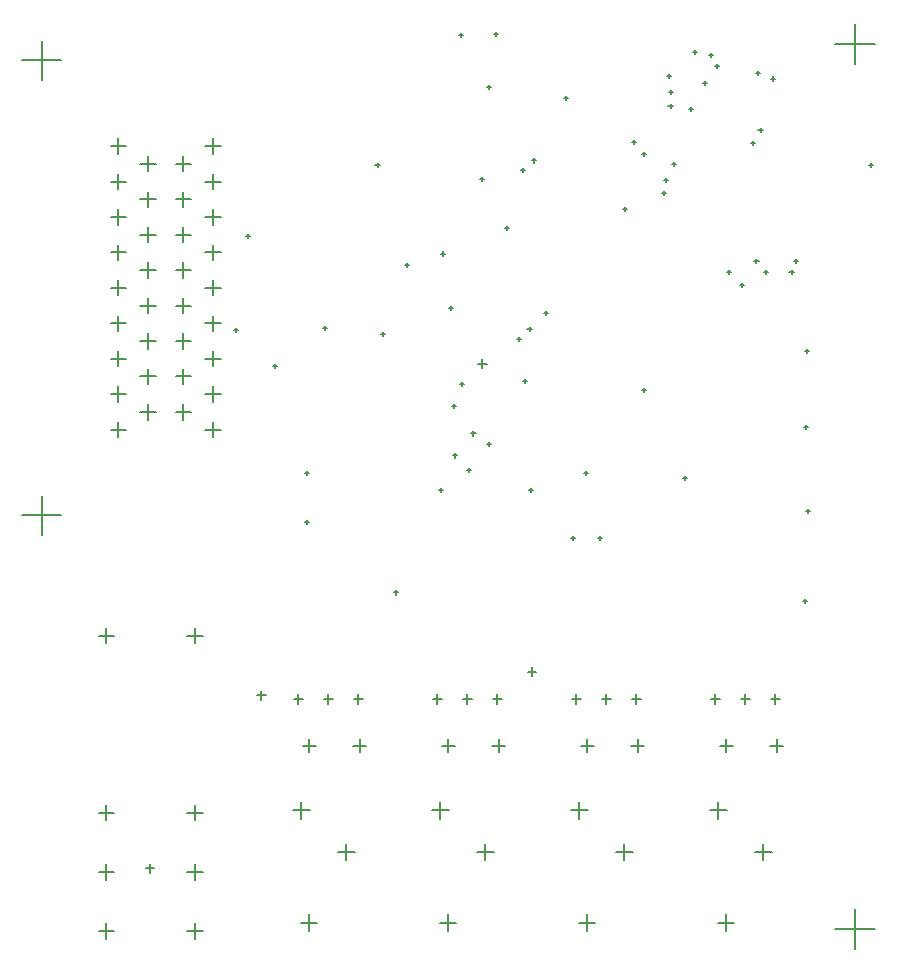
<source format=gbr>
%TF.GenerationSoftware,Altium Limited,Altium Designer,19.1.8 (144)*%
G04 Layer_Color=128*
%FSLAX26Y26*%
%MOIN*%
%TF.FileFunction,Drillmap*%
%TF.Part,Single*%
G01*
G75*
%TA.AperFunction,NonConductor*%
%ADD96C,0.005000*%
D96*
X2399488Y761614D02*
X2442795D01*
X2421142Y739961D02*
Y783268D01*
X2568780Y761614D02*
X2612087D01*
X2590433Y739961D02*
Y783268D01*
X2517599Y407284D02*
X2572716D01*
X2545157Y379724D02*
Y434842D01*
X2367992Y545079D02*
X2423110D01*
X2395551Y517520D02*
Y572638D01*
X2393583Y171063D02*
X2448701D01*
X2421142Y143504D02*
Y198622D01*
X1473084Y761614D02*
X1516391D01*
X1494738Y739961D02*
Y783268D01*
X1642375Y761614D02*
X1685682D01*
X1664029Y739961D02*
Y783268D01*
X1591194Y407284D02*
X1646312D01*
X1618753Y379724D02*
Y434842D01*
X1441588Y545079D02*
X1496706D01*
X1469147Y517520D02*
Y572638D01*
X1467179Y171063D02*
X1522297D01*
X1494738Y143504D02*
Y198622D01*
X1936286Y761614D02*
X1979593D01*
X1957940Y739961D02*
Y783268D01*
X2105577Y761614D02*
X2148885D01*
X2127231Y739961D02*
Y783268D01*
X2054396Y407284D02*
X2109514D01*
X2081955Y379724D02*
Y434842D01*
X1904790Y545079D02*
X1959908D01*
X1932349Y517520D02*
Y572638D01*
X1930381Y171063D02*
X1985499D01*
X1957940Y143504D02*
Y198622D01*
X1009882Y761614D02*
X1053189D01*
X1031535Y739961D02*
Y783268D01*
X1179173Y761614D02*
X1222480D01*
X1200827Y739961D02*
Y783268D01*
X1127992Y407284D02*
X1183110D01*
X1155551Y379724D02*
Y434842D01*
X978386Y545079D02*
X1033504D01*
X1005945Y517520D02*
Y572638D01*
X1003976Y171063D02*
X1059094D01*
X1031535Y143504D02*
Y198622D01*
X625236Y143583D02*
X676417D01*
X650827Y117992D02*
Y169173D01*
X329961Y143583D02*
X381142D01*
X355551Y117992D02*
Y169173D01*
X625236Y537284D02*
X676417D01*
X650827Y511693D02*
Y562874D01*
X625236Y340433D02*
X676417D01*
X650827Y314843D02*
Y366024D01*
X329961Y537284D02*
X381142D01*
X355551Y511693D02*
Y562874D01*
X329961Y340433D02*
X381142D01*
X355551Y314843D02*
Y366024D01*
X329961Y1127835D02*
X381142D01*
X355551Y1102244D02*
Y1153425D01*
X625236Y1127835D02*
X676417D01*
X650827Y1102244D02*
Y1153425D01*
X1906470Y917284D02*
X1937966D01*
X1922218Y901535D02*
Y933032D01*
X2006470Y917284D02*
X2037966D01*
X2022218Y901535D02*
Y933032D01*
X2106470Y917284D02*
X2137966D01*
X2122218Y901535D02*
Y933032D01*
X2369803Y917284D02*
X2401299D01*
X2385551Y901535D02*
Y933032D01*
X2469803Y917284D02*
X2501299D01*
X2485551Y901535D02*
Y933032D01*
X2569803Y917284D02*
X2601299D01*
X2585551Y901535D02*
Y933032D01*
X1443137Y917284D02*
X1474632D01*
X1458884Y901535D02*
Y933032D01*
X1543137Y917284D02*
X1574632D01*
X1558884Y901535D02*
Y933032D01*
X1643137Y917284D02*
X1674632D01*
X1658884Y901535D02*
Y933032D01*
X979803Y917284D02*
X1011299D01*
X995551Y901535D02*
Y933032D01*
X1079803Y917284D02*
X1111299D01*
X1095551Y901535D02*
Y933032D01*
X1179803Y917284D02*
X1211299D01*
X1195551Y901535D02*
Y933032D01*
X74685Y1529409D02*
X204606D01*
X139646Y1464449D02*
Y1594370D01*
X74685Y3045157D02*
X204606D01*
X139646Y2980197D02*
Y3110118D01*
X369961Y2759724D02*
X421142D01*
X395551Y2734134D02*
Y2785315D01*
X369961Y2641614D02*
X421142D01*
X395551Y2616024D02*
Y2667205D01*
X369961Y2523504D02*
X421142D01*
X395551Y2497914D02*
Y2549095D01*
X369961Y2405394D02*
X421142D01*
X395551Y2379803D02*
Y2430984D01*
X369961Y2287284D02*
X421142D01*
X395551Y2261693D02*
Y2312874D01*
X369961Y2169173D02*
X421142D01*
X395551Y2143583D02*
Y2194764D01*
X369961Y2051063D02*
X421142D01*
X395551Y2025473D02*
Y2076653D01*
X369961Y1932953D02*
X421142D01*
X395551Y1907362D02*
Y1958543D01*
X369961Y1814842D02*
X421142D01*
X395551Y1789252D02*
Y1840433D01*
X468386Y2700669D02*
X519567D01*
X493976Y2675079D02*
Y2726260D01*
X468386Y2582559D02*
X519567D01*
X493976Y2556969D02*
Y2608150D01*
X468386Y2464449D02*
X519567D01*
X493976Y2438858D02*
Y2490039D01*
X468386Y2346339D02*
X519567D01*
X493976Y2320748D02*
Y2371929D01*
X468386Y2228228D02*
X519567D01*
X493976Y2202638D02*
Y2253819D01*
X468386Y2110118D02*
X519567D01*
X493976Y2084528D02*
Y2135709D01*
X468386Y1992008D02*
X519567D01*
X493976Y1966417D02*
Y2017598D01*
X468386Y1873898D02*
X519567D01*
X493976Y1848307D02*
Y1899488D01*
X586496Y2700669D02*
X637677D01*
X612087Y2675079D02*
Y2726260D01*
X586496Y2582559D02*
X637677D01*
X612087Y2556969D02*
Y2608150D01*
X586496Y2464449D02*
X637677D01*
X612087Y2438858D02*
Y2490039D01*
X586496Y2346339D02*
X637677D01*
X612087Y2320748D02*
Y2371929D01*
X586496Y2228228D02*
X637677D01*
X612087Y2202638D02*
Y2253819D01*
X586496Y2110118D02*
X637677D01*
X612087Y2084528D02*
Y2135709D01*
X586496Y1992008D02*
X637677D01*
X612087Y1966417D02*
Y2017598D01*
X586496Y1873898D02*
X637677D01*
X612087Y1848307D02*
Y1899488D01*
X684921Y2759724D02*
X736102D01*
X710512Y2734134D02*
Y2785315D01*
X684921Y2641614D02*
X736102D01*
X710512Y2616024D02*
Y2667205D01*
X684921Y2523504D02*
X736102D01*
X710512Y2497914D02*
Y2549095D01*
X684921Y2405394D02*
X736102D01*
X710512Y2379803D02*
Y2430984D01*
X684921Y2287284D02*
X736102D01*
X710512Y2261693D02*
Y2312874D01*
X684921Y2169173D02*
X736102D01*
X710512Y2143583D02*
Y2194764D01*
X684921Y2051063D02*
X736102D01*
X710512Y2025473D02*
Y2076653D01*
X684921Y1932953D02*
X736102D01*
X710512Y1907362D02*
Y1958543D01*
X684921Y1814842D02*
X736102D01*
X710512Y1789252D02*
Y1840433D01*
X2783071Y150000D02*
X2916929D01*
X2850000Y83071D02*
Y216929D01*
X2783071Y3100000D02*
X2916929D01*
X2850000Y3033071D02*
Y3166929D01*
X780512Y2145669D02*
X794291D01*
X787402Y2138780D02*
Y2152559D01*
X819882Y2460630D02*
X833661D01*
X826772Y2453740D02*
Y2467520D01*
X2276575Y1653543D02*
X2290354D01*
X2283465Y1646654D02*
Y1660433D01*
X1764764Y1614173D02*
X1778543D01*
X1771653Y1607284D02*
Y1621063D01*
X1351378Y2362205D02*
X1365157D01*
X1358268Y2355315D02*
Y2369094D01*
X1469488Y2401575D02*
X1483268D01*
X1476378Y2394685D02*
Y2408465D01*
X2897638Y2697835D02*
X2911417D01*
X2904528Y2690945D02*
Y2704724D01*
X2076772Y2550197D02*
X2090551D01*
X2083662Y2543307D02*
Y2557087D01*
X1879921Y2920276D02*
X1893701D01*
X1886811Y2913386D02*
Y2927165D01*
X910433Y2026575D02*
X924212D01*
X917323Y2019685D02*
Y2033465D01*
X1624016Y1767716D02*
X1637795D01*
X1630906Y1760827D02*
Y1774606D01*
X1464567Y1614173D02*
X1478346D01*
X1471457Y1607284D02*
Y1621063D01*
X1595252Y2034449D02*
X1623252D01*
X1609252Y2020449D02*
Y2048449D01*
X1508858Y1894685D02*
X1522638D01*
X1515748Y1887795D02*
Y1901575D01*
X1252634Y2695233D02*
X1266414D01*
X1259524Y2688343D02*
Y2702122D01*
X2684675Y2075352D02*
X2698454D01*
X2691564Y2068463D02*
Y2082242D01*
X2681749Y1824159D02*
X2695529D01*
X2688639Y1817270D02*
Y1831049D01*
X2687425Y1543927D02*
X2701205D01*
X2694315Y1537037D02*
Y1550816D01*
X2677972Y1242323D02*
X2691751D01*
X2684861Y1235434D02*
Y1249213D01*
X2521149Y3004593D02*
X2534929D01*
X2528039Y2997703D02*
Y3011482D01*
X2569633Y2984867D02*
X2583412D01*
X2576522Y2977977D02*
Y2991756D01*
X2208262Y2602773D02*
X2222042D01*
X2215152Y2595883D02*
Y2609662D01*
X2215151Y2647305D02*
X2228931D01*
X2222041Y2640415D02*
Y2654194D01*
X2423318Y2338662D02*
X2437097D01*
X2430207Y2331773D02*
Y2345552D01*
X2467966Y2295216D02*
X2481746D01*
X2474856Y2288327D02*
Y2302106D01*
X2529253Y2814669D02*
X2543033D01*
X2536143Y2807779D02*
Y2821558D01*
X2503965Y2771370D02*
X2517744D01*
X2510854Y2764481D02*
Y2778260D01*
X2546231Y2339231D02*
X2560010D01*
X2553120Y2332341D02*
Y2346120D01*
X2141840Y2733793D02*
X2155620D01*
X2148730Y2726903D02*
Y2740682D01*
X2107164Y2772736D02*
X2120943D01*
X2114053Y2765847D02*
Y2779626D01*
X2515664Y2377023D02*
X2529443D01*
X2522553Y2370134D02*
Y2383913D01*
X2646271Y2377023D02*
X2660050D01*
X2653160Y2370134D02*
Y2383913D01*
X2632448Y2339231D02*
X2646228D01*
X2639338Y2332341D02*
Y2346120D01*
X2239608Y2699517D02*
X2253388D01*
X2246498Y2692627D02*
Y2706406D01*
X1724881Y2115671D02*
X1738661D01*
X1731771Y2108782D02*
Y2122561D01*
X1759165Y2151412D02*
X1772944D01*
X1766054Y2144522D02*
Y2158301D01*
X1738255Y2679633D02*
X1752035D01*
X1745145Y2672743D02*
Y2686522D01*
X1775137Y2711664D02*
X1788916D01*
X1782026Y2704774D02*
Y2718553D01*
X1533637Y1966983D02*
X1547416D01*
X1540526Y1960093D02*
Y1973872D01*
X1813222Y2204421D02*
X1827001D01*
X1820111Y2197532D02*
Y2211311D01*
X2141162Y1946823D02*
X2154941D01*
X2148051Y1939934D02*
Y1953713D01*
X1745120Y1975512D02*
X1758899D01*
X1752009Y1968622D02*
Y1982401D01*
X1623709Y2957070D02*
X1637489D01*
X1630599Y2950181D02*
Y2963960D01*
X1600984Y2651294D02*
X1614763D01*
X1607873Y2644404D02*
Y2658183D01*
X1683668Y2487519D02*
X1697448D01*
X1690558Y2480629D02*
Y2494408D01*
X1498642Y2220626D02*
X1512422D01*
X1505532Y2213737D02*
Y2227516D01*
X1947060Y1669061D02*
X1960840D01*
X1953950Y1662171D02*
Y1675950D01*
X1904726Y1452318D02*
X1918506D01*
X1911616Y1445428D02*
Y1459207D01*
X1994574Y1452318D02*
X2008354D01*
X2001464Y1445428D02*
Y1459207D01*
X1556498Y1680024D02*
X1570278D01*
X1563388Y1673134D02*
Y1686913D01*
X1572332Y1801803D02*
X1586111D01*
X1579221Y1794914D02*
Y1808693D01*
X1511655Y1728513D02*
X1525434D01*
X1518544Y1721623D02*
Y1735402D01*
X1315455Y1271862D02*
X1329234D01*
X1322344Y1264973D02*
Y1278752D01*
X1078633Y2153691D02*
X1092413D01*
X1085523Y2146801D02*
Y2160580D01*
X1271215Y2132979D02*
X1284994D01*
X1278104Y2126090D02*
Y2139869D01*
X1016101Y1505261D02*
X1029881D01*
X1022991Y1498371D02*
Y1512150D01*
X1016101Y1671247D02*
X1029881D01*
X1022991Y1664358D02*
Y1678137D01*
X2296548Y2883640D02*
X2310328D01*
X2303438Y2876751D02*
Y2890530D01*
X1531804Y3129265D02*
X1545584D01*
X1538694Y3122375D02*
Y3136154D01*
X1647924Y3133262D02*
X1661703D01*
X1654813Y3126372D02*
Y3140151D01*
X2224229Y2994244D02*
X2238008D01*
X2231118Y2987355D02*
Y3001134D01*
X2231030Y2941265D02*
X2244810D01*
X2237920Y2934375D02*
Y2948154D01*
X2229240Y2892287D02*
X2243020D01*
X2236130Y2885397D02*
Y2899177D01*
X2382798Y3025307D02*
X2396578D01*
X2389688Y3018417D02*
Y3032196D01*
X2364845Y3064374D02*
X2378624D01*
X2371734Y3057484D02*
Y3071263D01*
X2311686Y3072273D02*
X2325466D01*
X2318576Y3065383D02*
Y3079162D01*
X2343088Y2968854D02*
X2356868D01*
X2349978Y2961965D02*
Y2975744D01*
X1760059Y1007860D02*
X1788059D01*
X1774059Y993860D02*
Y1021860D01*
X858168Y928386D02*
X886168D01*
X872168Y914386D02*
Y942386D01*
X486678Y352130D02*
X514678D01*
X500678Y338130D02*
Y366130D01*
%TF.MD5,3a8a5a4901240766deae18d1f1ca444f*%
M02*

</source>
